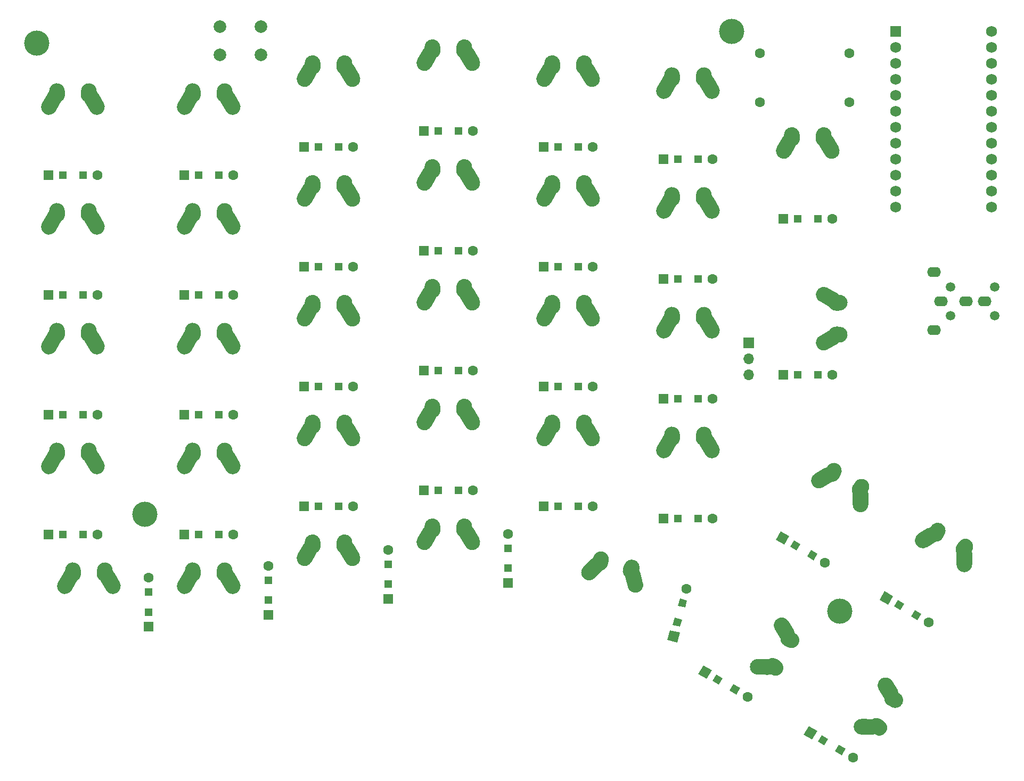
<source format=gts>
G04 #@! TF.GenerationSoftware,KiCad,Pcbnew,(5.1.10-1-10_14)*
G04 #@! TF.CreationDate,2021-08-01T21:47:45+01:00*
G04 #@! TF.ProjectId,AsymLeft,4173796d-4c65-4667-942e-6b696361645f,1.0*
G04 #@! TF.SameCoordinates,Original*
G04 #@! TF.FileFunction,Soldermask,Top*
G04 #@! TF.FilePolarity,Negative*
%FSLAX46Y46*%
G04 Gerber Fmt 4.6, Leading zero omitted, Abs format (unit mm)*
G04 Created by KiCad (PCBNEW (5.1.10-1-10_14)) date 2021-08-01 21:47:45*
%MOMM*%
%LPD*%
G01*
G04 APERTURE LIST*
%ADD10C,4.000000*%
%ADD11R,1.600000X1.600000*%
%ADD12C,1.600000*%
%ADD13R,1.200000X1.200000*%
%ADD14C,0.100000*%
%ADD15O,1.700000X1.700000*%
%ADD16R,1.700000X1.700000*%
%ADD17C,2.000000*%
%ADD18O,2.200000X1.600000*%
%ADD19C,1.500000*%
%ADD20C,1.752600*%
%ADD21R,1.752600X1.752600*%
G04 APERTURE END LIST*
G36*
G01*
X212695653Y-94042619D02*
X213274309Y-94003171D01*
G75*
G02*
X214606433Y-95165257I85019J-1247105D01*
G01*
X214606433Y-95165257D01*
G75*
G02*
X213444347Y-96497381I-1247105J-85019D01*
G01*
X212865691Y-96536829D01*
G75*
G02*
X211533567Y-95374743I-85019J1247105D01*
G01*
X211533567Y-95374743D01*
G75*
G02*
X212695653Y-94042619I1247105J85019D01*
G01*
G37*
G36*
G01*
X210214034Y-100507178D02*
X211672988Y-99696802D01*
G75*
G02*
X213372699Y-100182581I606966J-1092745D01*
G01*
X213372699Y-100182581D01*
G75*
G02*
X212886920Y-101882292I-1092745J-606966D01*
G01*
X211427012Y-102693198D01*
G75*
G02*
X209727301Y-102207419I-606966J1092745D01*
G01*
X209727301Y-102207419D01*
G75*
G02*
X210213080Y-100507708I1092745J606966D01*
G01*
G37*
G36*
G01*
X211427965Y-92887332D02*
X212886920Y-93697708D01*
G75*
G02*
X213372699Y-95397419I-606966J-1092745D01*
G01*
X213372699Y-95397419D01*
G75*
G02*
X211672988Y-95883198I-1092745J606966D01*
G01*
X210213080Y-95072292D01*
G75*
G02*
X209727301Y-93372581I606966J1092745D01*
G01*
X209727301Y-93372581D01*
G75*
G02*
X211427012Y-92886802I1092745J-606966D01*
G01*
G37*
G36*
G01*
X212865691Y-99043171D02*
X213444347Y-99082619D01*
G75*
G02*
X214606433Y-100414743I-85019J-1247105D01*
G01*
X214606433Y-100414743D01*
G75*
G02*
X213274309Y-101576829I-1247105J85019D01*
G01*
X212695653Y-101537381D01*
G75*
G02*
X211533567Y-100205257I85019J1247105D01*
G01*
X211533567Y-100205257D01*
G75*
G02*
X212865691Y-99043171I1247105J-85019D01*
G01*
G37*
G36*
G01*
X174053163Y-136369914D02*
X174164825Y-135800764D01*
G75*
G02*
X175632093Y-134814800I1226616J-240652D01*
G01*
X175632093Y-134814800D01*
G75*
G02*
X176618057Y-136282068I-240652J-1226616D01*
G01*
X176506395Y-136851218D01*
G75*
G02*
X175039127Y-137837182I-1226616J240652D01*
G01*
X175039127Y-137837182D01*
G75*
G02*
X174053163Y-136369914I240652J1226616D01*
G01*
G37*
G36*
G01*
X179655688Y-140442240D02*
X179249999Y-138821142D01*
G75*
G02*
X180159143Y-137305076I1212605J303461D01*
G01*
X180159143Y-137305076D01*
G75*
G02*
X181675209Y-138214220I303461J-1212605D01*
G01*
X182080633Y-139834260D01*
G75*
G02*
X181171489Y-141350326I-1212605J-303461D01*
G01*
X181171489Y-141350326D01*
G75*
G02*
X179655423Y-140441182I-303461J1212605D01*
G01*
G37*
G36*
G01*
X172609139Y-137295395D02*
X173769508Y-136095895D01*
G75*
G02*
X175537032Y-136066585I898417J-869107D01*
G01*
X175537032Y-136066585D01*
G75*
G02*
X175566342Y-137834109I-869107J-898417D01*
G01*
X174405214Y-139034393D01*
G75*
G02*
X172637690Y-139063703I-898417J869107D01*
G01*
X172637690Y-139063703D01*
G75*
G02*
X172608380Y-137296179I869107J898417D01*
G01*
G37*
G36*
G01*
X178927333Y-137499907D02*
X179115205Y-136951177D01*
G75*
G02*
X180702709Y-136173467I1182607J-404897D01*
G01*
X180702709Y-136173467D01*
G75*
G02*
X181480419Y-137760971I-404897J-1182607D01*
G01*
X181292547Y-138309701D01*
G75*
G02*
X179705043Y-139087411I-1182607J404897D01*
G01*
X179705043Y-139087411D01*
G75*
G02*
X178927333Y-137499907I404897J1182607D01*
G01*
G37*
G36*
G01*
X205722758Y-147552500D02*
X206243614Y-147807664D01*
G75*
G02*
X206816224Y-149480122I-549924J-1122534D01*
G01*
X206816224Y-149480122D01*
G75*
G02*
X205143766Y-150052732I-1122534J549924D01*
G01*
X204622910Y-149797568D01*
G75*
G02*
X204050300Y-148125110I549924J1122534D01*
G01*
X204050300Y-148125110D01*
G75*
G02*
X205722758Y-147552500I1122534J-549924D01*
G01*
G37*
G36*
G01*
X200341334Y-151910162D02*
X202010013Y-151937832D01*
G75*
G02*
X203239116Y-153208385I-20725J-1249828D01*
G01*
X203239116Y-153208385D01*
G75*
G02*
X201968563Y-154437488I-1249828J20725D01*
G01*
X200298793Y-154409800D01*
G75*
G02*
X199069690Y-153139247I20725J1249828D01*
G01*
X199069690Y-153139247D01*
G75*
G02*
X200340243Y-151910144I1249828J-20725D01*
G01*
G37*
G36*
G01*
X205202552Y-145918147D02*
X206060856Y-147349432D01*
G75*
G02*
X205631697Y-149064315I-1072021J-642862D01*
G01*
X205631697Y-149064315D01*
G75*
G02*
X203916814Y-148635156I-642862J1072021D01*
G01*
X203057950Y-147202936D01*
G75*
G02*
X203487109Y-145488053I1072021J642862D01*
G01*
X203487109Y-145488053D01*
G75*
G02*
X205201992Y-145917212I642862J-1072021D01*
G01*
G37*
G36*
G01*
X203369739Y-151968123D02*
X203851147Y-152291615D01*
G75*
G02*
X204191481Y-154026311I-697181J-1037515D01*
G01*
X204191481Y-154026311D01*
G75*
G02*
X202456785Y-154366645I-1037515J697181D01*
G01*
X201975377Y-154043153D01*
G75*
G02*
X201635043Y-152308457I697181J1037515D01*
G01*
X201635043Y-152308457D01*
G75*
G02*
X203369739Y-151968123I1037515J-697181D01*
G01*
G37*
G36*
G01*
X222232758Y-157077500D02*
X222753614Y-157332664D01*
G75*
G02*
X223326224Y-159005122I-549924J-1122534D01*
G01*
X223326224Y-159005122D01*
G75*
G02*
X221653766Y-159577732I-1122534J549924D01*
G01*
X221132910Y-159322568D01*
G75*
G02*
X220560300Y-157650110I549924J1122534D01*
G01*
X220560300Y-157650110D01*
G75*
G02*
X222232758Y-157077500I1122534J-549924D01*
G01*
G37*
G36*
G01*
X216851334Y-161435162D02*
X218520013Y-161462832D01*
G75*
G02*
X219749116Y-162733385I-20725J-1249828D01*
G01*
X219749116Y-162733385D01*
G75*
G02*
X218478563Y-163962488I-1249828J20725D01*
G01*
X216808793Y-163934800D01*
G75*
G02*
X215579690Y-162664247I20725J1249828D01*
G01*
X215579690Y-162664247D01*
G75*
G02*
X216850243Y-161435144I1249828J-20725D01*
G01*
G37*
G36*
G01*
X221712552Y-155443147D02*
X222570856Y-156874432D01*
G75*
G02*
X222141697Y-158589315I-1072021J-642862D01*
G01*
X222141697Y-158589315D01*
G75*
G02*
X220426814Y-158160156I-642862J1072021D01*
G01*
X219567950Y-156727936D01*
G75*
G02*
X219997109Y-155013053I1072021J642862D01*
G01*
X219997109Y-155013053D01*
G75*
G02*
X221711992Y-155442212I642862J-1072021D01*
G01*
G37*
G36*
G01*
X219879739Y-161493123D02*
X220361147Y-161816615D01*
G75*
G02*
X220701481Y-163551311I-697181J-1037515D01*
G01*
X220701481Y-163551311D01*
G75*
G02*
X218966785Y-163891645I-1037515J697181D01*
G01*
X218485377Y-163568153D01*
G75*
G02*
X218145043Y-161833457I697181J1037515D01*
G01*
X218145043Y-161833457D01*
G75*
G02*
X219879739Y-161493123I1037515J-697181D01*
G01*
G37*
G36*
G01*
X109282619Y-62259347D02*
X109243171Y-61680691D01*
G75*
G02*
X110405257Y-60348567I1247105J85019D01*
G01*
X110405257Y-60348567D01*
G75*
G02*
X111737381Y-61510653I85019J-1247105D01*
G01*
X111776829Y-62089309D01*
G75*
G02*
X110614743Y-63421433I-1247105J-85019D01*
G01*
X110614743Y-63421433D01*
G75*
G02*
X109282619Y-62259347I-85019J1247105D01*
G01*
G37*
G36*
G01*
X115748238Y-64742873D02*
X114936802Y-63282012D01*
G75*
G02*
X115422581Y-61582301I1092745J606966D01*
G01*
X115422581Y-61582301D01*
G75*
G02*
X117122292Y-62068080I606966J-1092745D01*
G01*
X117933198Y-63527988D01*
G75*
G02*
X117447419Y-65227699I-1092745J-606966D01*
G01*
X117447419Y-65227699D01*
G75*
G02*
X115747708Y-64741920I-606966J1092745D01*
G01*
G37*
G36*
G01*
X108127332Y-63527035D02*
X108937708Y-62068080D01*
G75*
G02*
X110637419Y-61582301I1092745J-606966D01*
G01*
X110637419Y-61582301D01*
G75*
G02*
X111123198Y-63282012I-606966J-1092745D01*
G01*
X110312292Y-64741920D01*
G75*
G02*
X108612581Y-65227699I-1092745J606966D01*
G01*
X108612581Y-65227699D01*
G75*
G02*
X108126802Y-63527988I606966J1092745D01*
G01*
G37*
G36*
G01*
X114283171Y-62089309D02*
X114322619Y-61510653D01*
G75*
G02*
X115654743Y-60348567I1247105J-85019D01*
G01*
X115654743Y-60348567D01*
G75*
G02*
X116816829Y-61680691I-85019J-1247105D01*
G01*
X116777381Y-62259347D01*
G75*
G02*
X115445257Y-63421433I-1247105J85019D01*
G01*
X115445257Y-63421433D01*
G75*
G02*
X114283171Y-62089309I85019J1247105D01*
G01*
G37*
G36*
G01*
X87692619Y-62259347D02*
X87653171Y-61680691D01*
G75*
G02*
X88815257Y-60348567I1247105J85019D01*
G01*
X88815257Y-60348567D01*
G75*
G02*
X90147381Y-61510653I85019J-1247105D01*
G01*
X90186829Y-62089309D01*
G75*
G02*
X89024743Y-63421433I-1247105J-85019D01*
G01*
X89024743Y-63421433D01*
G75*
G02*
X87692619Y-62259347I-85019J1247105D01*
G01*
G37*
G36*
G01*
X94158238Y-64742873D02*
X93346802Y-63282012D01*
G75*
G02*
X93832581Y-61582301I1092745J606966D01*
G01*
X93832581Y-61582301D01*
G75*
G02*
X95532292Y-62068080I606966J-1092745D01*
G01*
X96343198Y-63527988D01*
G75*
G02*
X95857419Y-65227699I-1092745J-606966D01*
G01*
X95857419Y-65227699D01*
G75*
G02*
X94157708Y-64741920I-606966J1092745D01*
G01*
G37*
G36*
G01*
X86537332Y-63527035D02*
X87347708Y-62068080D01*
G75*
G02*
X89047419Y-61582301I1092745J-606966D01*
G01*
X89047419Y-61582301D01*
G75*
G02*
X89533198Y-63282012I-606966J-1092745D01*
G01*
X88722292Y-64741920D01*
G75*
G02*
X87022581Y-65227699I-1092745J606966D01*
G01*
X87022581Y-65227699D01*
G75*
G02*
X86536802Y-63527988I606966J1092745D01*
G01*
G37*
G36*
G01*
X92693171Y-62089309D02*
X92732619Y-61510653D01*
G75*
G02*
X94064743Y-60348567I1247105J-85019D01*
G01*
X94064743Y-60348567D01*
G75*
G02*
X95226829Y-61680691I-85019J-1247105D01*
G01*
X95187381Y-62259347D01*
G75*
G02*
X93855257Y-63421433I-1247105J85019D01*
G01*
X93855257Y-63421433D01*
G75*
G02*
X92693171Y-62089309I85019J1247105D01*
G01*
G37*
G36*
G01*
X128332619Y-57814347D02*
X128293171Y-57235691D01*
G75*
G02*
X129455257Y-55903567I1247105J85019D01*
G01*
X129455257Y-55903567D01*
G75*
G02*
X130787381Y-57065653I85019J-1247105D01*
G01*
X130826829Y-57644309D01*
G75*
G02*
X129664743Y-58976433I-1247105J-85019D01*
G01*
X129664743Y-58976433D01*
G75*
G02*
X128332619Y-57814347I-85019J1247105D01*
G01*
G37*
G36*
G01*
X134798238Y-60297873D02*
X133986802Y-58837012D01*
G75*
G02*
X134472581Y-57137301I1092745J606966D01*
G01*
X134472581Y-57137301D01*
G75*
G02*
X136172292Y-57623080I606966J-1092745D01*
G01*
X136983198Y-59082988D01*
G75*
G02*
X136497419Y-60782699I-1092745J-606966D01*
G01*
X136497419Y-60782699D01*
G75*
G02*
X134797708Y-60296920I-606966J1092745D01*
G01*
G37*
G36*
G01*
X127177332Y-59082035D02*
X127987708Y-57623080D01*
G75*
G02*
X129687419Y-57137301I1092745J-606966D01*
G01*
X129687419Y-57137301D01*
G75*
G02*
X130173198Y-58837012I-606966J-1092745D01*
G01*
X129362292Y-60296920D01*
G75*
G02*
X127662581Y-60782699I-1092745J606966D01*
G01*
X127662581Y-60782699D01*
G75*
G02*
X127176802Y-59082988I606966J1092745D01*
G01*
G37*
G36*
G01*
X133333171Y-57644309D02*
X133372619Y-57065653D01*
G75*
G02*
X134704743Y-55903567I1247105J-85019D01*
G01*
X134704743Y-55903567D01*
G75*
G02*
X135866829Y-57235691I-85019J-1247105D01*
G01*
X135827381Y-57814347D01*
G75*
G02*
X134495257Y-58976433I-1247105J85019D01*
G01*
X134495257Y-58976433D01*
G75*
G02*
X133333171Y-57644309I85019J1247105D01*
G01*
G37*
G36*
G01*
X147382619Y-55274347D02*
X147343171Y-54695691D01*
G75*
G02*
X148505257Y-53363567I1247105J85019D01*
G01*
X148505257Y-53363567D01*
G75*
G02*
X149837381Y-54525653I85019J-1247105D01*
G01*
X149876829Y-55104309D01*
G75*
G02*
X148714743Y-56436433I-1247105J-85019D01*
G01*
X148714743Y-56436433D01*
G75*
G02*
X147382619Y-55274347I-85019J1247105D01*
G01*
G37*
G36*
G01*
X153848238Y-57757873D02*
X153036802Y-56297012D01*
G75*
G02*
X153522581Y-54597301I1092745J606966D01*
G01*
X153522581Y-54597301D01*
G75*
G02*
X155222292Y-55083080I606966J-1092745D01*
G01*
X156033198Y-56542988D01*
G75*
G02*
X155547419Y-58242699I-1092745J-606966D01*
G01*
X155547419Y-58242699D01*
G75*
G02*
X153847708Y-57756920I-606966J1092745D01*
G01*
G37*
G36*
G01*
X146227332Y-56542035D02*
X147037708Y-55083080D01*
G75*
G02*
X148737419Y-54597301I1092745J-606966D01*
G01*
X148737419Y-54597301D01*
G75*
G02*
X149223198Y-56297012I-606966J-1092745D01*
G01*
X148412292Y-57756920D01*
G75*
G02*
X146712581Y-58242699I-1092745J606966D01*
G01*
X146712581Y-58242699D01*
G75*
G02*
X146226802Y-56542988I606966J1092745D01*
G01*
G37*
G36*
G01*
X152383171Y-55104309D02*
X152422619Y-54525653D01*
G75*
G02*
X153754743Y-53363567I1247105J-85019D01*
G01*
X153754743Y-53363567D01*
G75*
G02*
X154916829Y-54695691I-85019J-1247105D01*
G01*
X154877381Y-55274347D01*
G75*
G02*
X153545257Y-56436433I-1247105J85019D01*
G01*
X153545257Y-56436433D01*
G75*
G02*
X152383171Y-55104309I85019J1247105D01*
G01*
G37*
G36*
G01*
X166432619Y-57814347D02*
X166393171Y-57235691D01*
G75*
G02*
X167555257Y-55903567I1247105J85019D01*
G01*
X167555257Y-55903567D01*
G75*
G02*
X168887381Y-57065653I85019J-1247105D01*
G01*
X168926829Y-57644309D01*
G75*
G02*
X167764743Y-58976433I-1247105J-85019D01*
G01*
X167764743Y-58976433D01*
G75*
G02*
X166432619Y-57814347I-85019J1247105D01*
G01*
G37*
G36*
G01*
X172898238Y-60297873D02*
X172086802Y-58837012D01*
G75*
G02*
X172572581Y-57137301I1092745J606966D01*
G01*
X172572581Y-57137301D01*
G75*
G02*
X174272292Y-57623080I606966J-1092745D01*
G01*
X175083198Y-59082988D01*
G75*
G02*
X174597419Y-60782699I-1092745J-606966D01*
G01*
X174597419Y-60782699D01*
G75*
G02*
X172897708Y-60296920I-606966J1092745D01*
G01*
G37*
G36*
G01*
X165277332Y-59082035D02*
X166087708Y-57623080D01*
G75*
G02*
X167787419Y-57137301I1092745J-606966D01*
G01*
X167787419Y-57137301D01*
G75*
G02*
X168273198Y-58837012I-606966J-1092745D01*
G01*
X167462292Y-60296920D01*
G75*
G02*
X165762581Y-60782699I-1092745J606966D01*
G01*
X165762581Y-60782699D01*
G75*
G02*
X165276802Y-59082988I606966J1092745D01*
G01*
G37*
G36*
G01*
X171433171Y-57644309D02*
X171472619Y-57065653D01*
G75*
G02*
X172804743Y-55903567I1247105J-85019D01*
G01*
X172804743Y-55903567D01*
G75*
G02*
X173966829Y-57235691I-85019J-1247105D01*
G01*
X173927381Y-57814347D01*
G75*
G02*
X172595257Y-58976433I-1247105J85019D01*
G01*
X172595257Y-58976433D01*
G75*
G02*
X171433171Y-57644309I85019J1247105D01*
G01*
G37*
G36*
G01*
X185482619Y-59719347D02*
X185443171Y-59140691D01*
G75*
G02*
X186605257Y-57808567I1247105J85019D01*
G01*
X186605257Y-57808567D01*
G75*
G02*
X187937381Y-58970653I85019J-1247105D01*
G01*
X187976829Y-59549309D01*
G75*
G02*
X186814743Y-60881433I-1247105J-85019D01*
G01*
X186814743Y-60881433D01*
G75*
G02*
X185482619Y-59719347I-85019J1247105D01*
G01*
G37*
G36*
G01*
X191948238Y-62202873D02*
X191136802Y-60742012D01*
G75*
G02*
X191622581Y-59042301I1092745J606966D01*
G01*
X191622581Y-59042301D01*
G75*
G02*
X193322292Y-59528080I606966J-1092745D01*
G01*
X194133198Y-60987988D01*
G75*
G02*
X193647419Y-62687699I-1092745J-606966D01*
G01*
X193647419Y-62687699D01*
G75*
G02*
X191947708Y-62201920I-606966J1092745D01*
G01*
G37*
G36*
G01*
X184327332Y-60987035D02*
X185137708Y-59528080D01*
G75*
G02*
X186837419Y-59042301I1092745J-606966D01*
G01*
X186837419Y-59042301D01*
G75*
G02*
X187323198Y-60742012I-606966J-1092745D01*
G01*
X186512292Y-62201920D01*
G75*
G02*
X184812581Y-62687699I-1092745J606966D01*
G01*
X184812581Y-62687699D01*
G75*
G02*
X184326802Y-60987988I606966J1092745D01*
G01*
G37*
G36*
G01*
X190483171Y-59549309D02*
X190522619Y-58970653D01*
G75*
G02*
X191854743Y-57808567I1247105J-85019D01*
G01*
X191854743Y-57808567D01*
G75*
G02*
X193016829Y-59140691I-85019J-1247105D01*
G01*
X192977381Y-59719347D01*
G75*
G02*
X191645257Y-60881433I-1247105J85019D01*
G01*
X191645257Y-60881433D01*
G75*
G02*
X190483171Y-59549309I85019J1247105D01*
G01*
G37*
G36*
G01*
X204532619Y-69244347D02*
X204493171Y-68665691D01*
G75*
G02*
X205655257Y-67333567I1247105J85019D01*
G01*
X205655257Y-67333567D01*
G75*
G02*
X206987381Y-68495653I85019J-1247105D01*
G01*
X207026829Y-69074309D01*
G75*
G02*
X205864743Y-70406433I-1247105J-85019D01*
G01*
X205864743Y-70406433D01*
G75*
G02*
X204532619Y-69244347I-85019J1247105D01*
G01*
G37*
G36*
G01*
X210998238Y-71727873D02*
X210186802Y-70267012D01*
G75*
G02*
X210672581Y-68567301I1092745J606966D01*
G01*
X210672581Y-68567301D01*
G75*
G02*
X212372292Y-69053080I606966J-1092745D01*
G01*
X213183198Y-70512988D01*
G75*
G02*
X212697419Y-72212699I-1092745J-606966D01*
G01*
X212697419Y-72212699D01*
G75*
G02*
X210997708Y-71726920I-606966J1092745D01*
G01*
G37*
G36*
G01*
X203377332Y-70512035D02*
X204187708Y-69053080D01*
G75*
G02*
X205887419Y-68567301I1092745J-606966D01*
G01*
X205887419Y-68567301D01*
G75*
G02*
X206373198Y-70267012I-606966J-1092745D01*
G01*
X205562292Y-71726920D01*
G75*
G02*
X203862581Y-72212699I-1092745J606966D01*
G01*
X203862581Y-72212699D01*
G75*
G02*
X203376802Y-70512988I606966J1092745D01*
G01*
G37*
G36*
G01*
X209533171Y-69074309D02*
X209572619Y-68495653D01*
G75*
G02*
X210904743Y-67333567I1247105J-85019D01*
G01*
X210904743Y-67333567D01*
G75*
G02*
X212066829Y-68665691I-85019J-1247105D01*
G01*
X212027381Y-69244347D01*
G75*
G02*
X210695257Y-70406433I-1247105J85019D01*
G01*
X210695257Y-70406433D01*
G75*
G02*
X209533171Y-69074309I85019J1247105D01*
G01*
G37*
G36*
G01*
X87692619Y-81309347D02*
X87653171Y-80730691D01*
G75*
G02*
X88815257Y-79398567I1247105J85019D01*
G01*
X88815257Y-79398567D01*
G75*
G02*
X90147381Y-80560653I85019J-1247105D01*
G01*
X90186829Y-81139309D01*
G75*
G02*
X89024743Y-82471433I-1247105J-85019D01*
G01*
X89024743Y-82471433D01*
G75*
G02*
X87692619Y-81309347I-85019J1247105D01*
G01*
G37*
G36*
G01*
X94158238Y-83792873D02*
X93346802Y-82332012D01*
G75*
G02*
X93832581Y-80632301I1092745J606966D01*
G01*
X93832581Y-80632301D01*
G75*
G02*
X95532292Y-81118080I606966J-1092745D01*
G01*
X96343198Y-82577988D01*
G75*
G02*
X95857419Y-84277699I-1092745J-606966D01*
G01*
X95857419Y-84277699D01*
G75*
G02*
X94157708Y-83791920I-606966J1092745D01*
G01*
G37*
G36*
G01*
X86537332Y-82577035D02*
X87347708Y-81118080D01*
G75*
G02*
X89047419Y-80632301I1092745J-606966D01*
G01*
X89047419Y-80632301D01*
G75*
G02*
X89533198Y-82332012I-606966J-1092745D01*
G01*
X88722292Y-83791920D01*
G75*
G02*
X87022581Y-84277699I-1092745J606966D01*
G01*
X87022581Y-84277699D01*
G75*
G02*
X86536802Y-82577988I606966J1092745D01*
G01*
G37*
G36*
G01*
X92693171Y-81139309D02*
X92732619Y-80560653D01*
G75*
G02*
X94064743Y-79398567I1247105J-85019D01*
G01*
X94064743Y-79398567D01*
G75*
G02*
X95226829Y-80730691I-85019J-1247105D01*
G01*
X95187381Y-81309347D01*
G75*
G02*
X93855257Y-82471433I-1247105J85019D01*
G01*
X93855257Y-82471433D01*
G75*
G02*
X92693171Y-81139309I85019J1247105D01*
G01*
G37*
G36*
G01*
X109282619Y-81309347D02*
X109243171Y-80730691D01*
G75*
G02*
X110405257Y-79398567I1247105J85019D01*
G01*
X110405257Y-79398567D01*
G75*
G02*
X111737381Y-80560653I85019J-1247105D01*
G01*
X111776829Y-81139309D01*
G75*
G02*
X110614743Y-82471433I-1247105J-85019D01*
G01*
X110614743Y-82471433D01*
G75*
G02*
X109282619Y-81309347I-85019J1247105D01*
G01*
G37*
G36*
G01*
X115748238Y-83792873D02*
X114936802Y-82332012D01*
G75*
G02*
X115422581Y-80632301I1092745J606966D01*
G01*
X115422581Y-80632301D01*
G75*
G02*
X117122292Y-81118080I606966J-1092745D01*
G01*
X117933198Y-82577988D01*
G75*
G02*
X117447419Y-84277699I-1092745J-606966D01*
G01*
X117447419Y-84277699D01*
G75*
G02*
X115747708Y-83791920I-606966J1092745D01*
G01*
G37*
G36*
G01*
X108127332Y-82577035D02*
X108937708Y-81118080D01*
G75*
G02*
X110637419Y-80632301I1092745J-606966D01*
G01*
X110637419Y-80632301D01*
G75*
G02*
X111123198Y-82332012I-606966J-1092745D01*
G01*
X110312292Y-83791920D01*
G75*
G02*
X108612581Y-84277699I-1092745J606966D01*
G01*
X108612581Y-84277699D01*
G75*
G02*
X108126802Y-82577988I606966J1092745D01*
G01*
G37*
G36*
G01*
X114283171Y-81139309D02*
X114322619Y-80560653D01*
G75*
G02*
X115654743Y-79398567I1247105J-85019D01*
G01*
X115654743Y-79398567D01*
G75*
G02*
X116816829Y-80730691I-85019J-1247105D01*
G01*
X116777381Y-81309347D01*
G75*
G02*
X115445257Y-82471433I-1247105J85019D01*
G01*
X115445257Y-82471433D01*
G75*
G02*
X114283171Y-81139309I85019J1247105D01*
G01*
G37*
G36*
G01*
X128332619Y-76864347D02*
X128293171Y-76285691D01*
G75*
G02*
X129455257Y-74953567I1247105J85019D01*
G01*
X129455257Y-74953567D01*
G75*
G02*
X130787381Y-76115653I85019J-1247105D01*
G01*
X130826829Y-76694309D01*
G75*
G02*
X129664743Y-78026433I-1247105J-85019D01*
G01*
X129664743Y-78026433D01*
G75*
G02*
X128332619Y-76864347I-85019J1247105D01*
G01*
G37*
G36*
G01*
X134798238Y-79347873D02*
X133986802Y-77887012D01*
G75*
G02*
X134472581Y-76187301I1092745J606966D01*
G01*
X134472581Y-76187301D01*
G75*
G02*
X136172292Y-76673080I606966J-1092745D01*
G01*
X136983198Y-78132988D01*
G75*
G02*
X136497419Y-79832699I-1092745J-606966D01*
G01*
X136497419Y-79832699D01*
G75*
G02*
X134797708Y-79346920I-606966J1092745D01*
G01*
G37*
G36*
G01*
X127177332Y-78132035D02*
X127987708Y-76673080D01*
G75*
G02*
X129687419Y-76187301I1092745J-606966D01*
G01*
X129687419Y-76187301D01*
G75*
G02*
X130173198Y-77887012I-606966J-1092745D01*
G01*
X129362292Y-79346920D01*
G75*
G02*
X127662581Y-79832699I-1092745J606966D01*
G01*
X127662581Y-79832699D01*
G75*
G02*
X127176802Y-78132988I606966J1092745D01*
G01*
G37*
G36*
G01*
X133333171Y-76694309D02*
X133372619Y-76115653D01*
G75*
G02*
X134704743Y-74953567I1247105J-85019D01*
G01*
X134704743Y-74953567D01*
G75*
G02*
X135866829Y-76285691I-85019J-1247105D01*
G01*
X135827381Y-76864347D01*
G75*
G02*
X134495257Y-78026433I-1247105J85019D01*
G01*
X134495257Y-78026433D01*
G75*
G02*
X133333171Y-76694309I85019J1247105D01*
G01*
G37*
G36*
G01*
X147382619Y-74324347D02*
X147343171Y-73745691D01*
G75*
G02*
X148505257Y-72413567I1247105J85019D01*
G01*
X148505257Y-72413567D01*
G75*
G02*
X149837381Y-73575653I85019J-1247105D01*
G01*
X149876829Y-74154309D01*
G75*
G02*
X148714743Y-75486433I-1247105J-85019D01*
G01*
X148714743Y-75486433D01*
G75*
G02*
X147382619Y-74324347I-85019J1247105D01*
G01*
G37*
G36*
G01*
X153848238Y-76807873D02*
X153036802Y-75347012D01*
G75*
G02*
X153522581Y-73647301I1092745J606966D01*
G01*
X153522581Y-73647301D01*
G75*
G02*
X155222292Y-74133080I606966J-1092745D01*
G01*
X156033198Y-75592988D01*
G75*
G02*
X155547419Y-77292699I-1092745J-606966D01*
G01*
X155547419Y-77292699D01*
G75*
G02*
X153847708Y-76806920I-606966J1092745D01*
G01*
G37*
G36*
G01*
X146227332Y-75592035D02*
X147037708Y-74133080D01*
G75*
G02*
X148737419Y-73647301I1092745J-606966D01*
G01*
X148737419Y-73647301D01*
G75*
G02*
X149223198Y-75347012I-606966J-1092745D01*
G01*
X148412292Y-76806920D01*
G75*
G02*
X146712581Y-77292699I-1092745J606966D01*
G01*
X146712581Y-77292699D01*
G75*
G02*
X146226802Y-75592988I606966J1092745D01*
G01*
G37*
G36*
G01*
X152383171Y-74154309D02*
X152422619Y-73575653D01*
G75*
G02*
X153754743Y-72413567I1247105J-85019D01*
G01*
X153754743Y-72413567D01*
G75*
G02*
X154916829Y-73745691I-85019J-1247105D01*
G01*
X154877381Y-74324347D01*
G75*
G02*
X153545257Y-75486433I-1247105J85019D01*
G01*
X153545257Y-75486433D01*
G75*
G02*
X152383171Y-74154309I85019J1247105D01*
G01*
G37*
G36*
G01*
X166432619Y-76864347D02*
X166393171Y-76285691D01*
G75*
G02*
X167555257Y-74953567I1247105J85019D01*
G01*
X167555257Y-74953567D01*
G75*
G02*
X168887381Y-76115653I85019J-1247105D01*
G01*
X168926829Y-76694309D01*
G75*
G02*
X167764743Y-78026433I-1247105J-85019D01*
G01*
X167764743Y-78026433D01*
G75*
G02*
X166432619Y-76864347I-85019J1247105D01*
G01*
G37*
G36*
G01*
X172898238Y-79347873D02*
X172086802Y-77887012D01*
G75*
G02*
X172572581Y-76187301I1092745J606966D01*
G01*
X172572581Y-76187301D01*
G75*
G02*
X174272292Y-76673080I606966J-1092745D01*
G01*
X175083198Y-78132988D01*
G75*
G02*
X174597419Y-79832699I-1092745J-606966D01*
G01*
X174597419Y-79832699D01*
G75*
G02*
X172897708Y-79346920I-606966J1092745D01*
G01*
G37*
G36*
G01*
X165277332Y-78132035D02*
X166087708Y-76673080D01*
G75*
G02*
X167787419Y-76187301I1092745J-606966D01*
G01*
X167787419Y-76187301D01*
G75*
G02*
X168273198Y-77887012I-606966J-1092745D01*
G01*
X167462292Y-79346920D01*
G75*
G02*
X165762581Y-79832699I-1092745J606966D01*
G01*
X165762581Y-79832699D01*
G75*
G02*
X165276802Y-78132988I606966J1092745D01*
G01*
G37*
G36*
G01*
X171433171Y-76694309D02*
X171472619Y-76115653D01*
G75*
G02*
X172804743Y-74953567I1247105J-85019D01*
G01*
X172804743Y-74953567D01*
G75*
G02*
X173966829Y-76285691I-85019J-1247105D01*
G01*
X173927381Y-76864347D01*
G75*
G02*
X172595257Y-78026433I-1247105J85019D01*
G01*
X172595257Y-78026433D01*
G75*
G02*
X171433171Y-76694309I85019J1247105D01*
G01*
G37*
G36*
G01*
X185482619Y-78769347D02*
X185443171Y-78190691D01*
G75*
G02*
X186605257Y-76858567I1247105J85019D01*
G01*
X186605257Y-76858567D01*
G75*
G02*
X187937381Y-78020653I85019J-1247105D01*
G01*
X187976829Y-78599309D01*
G75*
G02*
X186814743Y-79931433I-1247105J-85019D01*
G01*
X186814743Y-79931433D01*
G75*
G02*
X185482619Y-78769347I-85019J1247105D01*
G01*
G37*
G36*
G01*
X191948238Y-81252873D02*
X191136802Y-79792012D01*
G75*
G02*
X191622581Y-78092301I1092745J606966D01*
G01*
X191622581Y-78092301D01*
G75*
G02*
X193322292Y-78578080I606966J-1092745D01*
G01*
X194133198Y-80037988D01*
G75*
G02*
X193647419Y-81737699I-1092745J-606966D01*
G01*
X193647419Y-81737699D01*
G75*
G02*
X191947708Y-81251920I-606966J1092745D01*
G01*
G37*
G36*
G01*
X184327332Y-80037035D02*
X185137708Y-78578080D01*
G75*
G02*
X186837419Y-78092301I1092745J-606966D01*
G01*
X186837419Y-78092301D01*
G75*
G02*
X187323198Y-79792012I-606966J-1092745D01*
G01*
X186512292Y-81251920D01*
G75*
G02*
X184812581Y-81737699I-1092745J606966D01*
G01*
X184812581Y-81737699D01*
G75*
G02*
X184326802Y-80037988I606966J1092745D01*
G01*
G37*
G36*
G01*
X190483171Y-78599309D02*
X190522619Y-78020653D01*
G75*
G02*
X191854743Y-76858567I1247105J-85019D01*
G01*
X191854743Y-76858567D01*
G75*
G02*
X193016829Y-78190691I-85019J-1247105D01*
G01*
X192977381Y-78769347D01*
G75*
G02*
X191645257Y-79931433I-1247105J85019D01*
G01*
X191645257Y-79931433D01*
G75*
G02*
X190483171Y-78599309I85019J1247105D01*
G01*
G37*
G36*
G01*
X87692619Y-100359347D02*
X87653171Y-99780691D01*
G75*
G02*
X88815257Y-98448567I1247105J85019D01*
G01*
X88815257Y-98448567D01*
G75*
G02*
X90147381Y-99610653I85019J-1247105D01*
G01*
X90186829Y-100189309D01*
G75*
G02*
X89024743Y-101521433I-1247105J-85019D01*
G01*
X89024743Y-101521433D01*
G75*
G02*
X87692619Y-100359347I-85019J1247105D01*
G01*
G37*
G36*
G01*
X94158238Y-102842873D02*
X93346802Y-101382012D01*
G75*
G02*
X93832581Y-99682301I1092745J606966D01*
G01*
X93832581Y-99682301D01*
G75*
G02*
X95532292Y-100168080I606966J-1092745D01*
G01*
X96343198Y-101627988D01*
G75*
G02*
X95857419Y-103327699I-1092745J-606966D01*
G01*
X95857419Y-103327699D01*
G75*
G02*
X94157708Y-102841920I-606966J1092745D01*
G01*
G37*
G36*
G01*
X86537332Y-101627035D02*
X87347708Y-100168080D01*
G75*
G02*
X89047419Y-99682301I1092745J-606966D01*
G01*
X89047419Y-99682301D01*
G75*
G02*
X89533198Y-101382012I-606966J-1092745D01*
G01*
X88722292Y-102841920D01*
G75*
G02*
X87022581Y-103327699I-1092745J606966D01*
G01*
X87022581Y-103327699D01*
G75*
G02*
X86536802Y-101627988I606966J1092745D01*
G01*
G37*
G36*
G01*
X92693171Y-100189309D02*
X92732619Y-99610653D01*
G75*
G02*
X94064743Y-98448567I1247105J-85019D01*
G01*
X94064743Y-98448567D01*
G75*
G02*
X95226829Y-99780691I-85019J-1247105D01*
G01*
X95187381Y-100359347D01*
G75*
G02*
X93855257Y-101521433I-1247105J85019D01*
G01*
X93855257Y-101521433D01*
G75*
G02*
X92693171Y-100189309I85019J1247105D01*
G01*
G37*
G36*
G01*
X109282619Y-100359347D02*
X109243171Y-99780691D01*
G75*
G02*
X110405257Y-98448567I1247105J85019D01*
G01*
X110405257Y-98448567D01*
G75*
G02*
X111737381Y-99610653I85019J-1247105D01*
G01*
X111776829Y-100189309D01*
G75*
G02*
X110614743Y-101521433I-1247105J-85019D01*
G01*
X110614743Y-101521433D01*
G75*
G02*
X109282619Y-100359347I-85019J1247105D01*
G01*
G37*
G36*
G01*
X115748238Y-102842873D02*
X114936802Y-101382012D01*
G75*
G02*
X115422581Y-99682301I1092745J606966D01*
G01*
X115422581Y-99682301D01*
G75*
G02*
X117122292Y-100168080I606966J-1092745D01*
G01*
X117933198Y-101627988D01*
G75*
G02*
X117447419Y-103327699I-1092745J-606966D01*
G01*
X117447419Y-103327699D01*
G75*
G02*
X115747708Y-102841920I-606966J1092745D01*
G01*
G37*
G36*
G01*
X108127332Y-101627035D02*
X108937708Y-100168080D01*
G75*
G02*
X110637419Y-99682301I1092745J-606966D01*
G01*
X110637419Y-99682301D01*
G75*
G02*
X111123198Y-101382012I-606966J-1092745D01*
G01*
X110312292Y-102841920D01*
G75*
G02*
X108612581Y-103327699I-1092745J606966D01*
G01*
X108612581Y-103327699D01*
G75*
G02*
X108126802Y-101627988I606966J1092745D01*
G01*
G37*
G36*
G01*
X114283171Y-100189309D02*
X114322619Y-99610653D01*
G75*
G02*
X115654743Y-98448567I1247105J-85019D01*
G01*
X115654743Y-98448567D01*
G75*
G02*
X116816829Y-99780691I-85019J-1247105D01*
G01*
X116777381Y-100359347D01*
G75*
G02*
X115445257Y-101521433I-1247105J85019D01*
G01*
X115445257Y-101521433D01*
G75*
G02*
X114283171Y-100189309I85019J1247105D01*
G01*
G37*
G36*
G01*
X128332619Y-95914347D02*
X128293171Y-95335691D01*
G75*
G02*
X129455257Y-94003567I1247105J85019D01*
G01*
X129455257Y-94003567D01*
G75*
G02*
X130787381Y-95165653I85019J-1247105D01*
G01*
X130826829Y-95744309D01*
G75*
G02*
X129664743Y-97076433I-1247105J-85019D01*
G01*
X129664743Y-97076433D01*
G75*
G02*
X128332619Y-95914347I-85019J1247105D01*
G01*
G37*
G36*
G01*
X134798238Y-98397873D02*
X133986802Y-96937012D01*
G75*
G02*
X134472581Y-95237301I1092745J606966D01*
G01*
X134472581Y-95237301D01*
G75*
G02*
X136172292Y-95723080I606966J-1092745D01*
G01*
X136983198Y-97182988D01*
G75*
G02*
X136497419Y-98882699I-1092745J-606966D01*
G01*
X136497419Y-98882699D01*
G75*
G02*
X134797708Y-98396920I-606966J1092745D01*
G01*
G37*
G36*
G01*
X127177332Y-97182035D02*
X127987708Y-95723080D01*
G75*
G02*
X129687419Y-95237301I1092745J-606966D01*
G01*
X129687419Y-95237301D01*
G75*
G02*
X130173198Y-96937012I-606966J-1092745D01*
G01*
X129362292Y-98396920D01*
G75*
G02*
X127662581Y-98882699I-1092745J606966D01*
G01*
X127662581Y-98882699D01*
G75*
G02*
X127176802Y-97182988I606966J1092745D01*
G01*
G37*
G36*
G01*
X133333171Y-95744309D02*
X133372619Y-95165653D01*
G75*
G02*
X134704743Y-94003567I1247105J-85019D01*
G01*
X134704743Y-94003567D01*
G75*
G02*
X135866829Y-95335691I-85019J-1247105D01*
G01*
X135827381Y-95914347D01*
G75*
G02*
X134495257Y-97076433I-1247105J85019D01*
G01*
X134495257Y-97076433D01*
G75*
G02*
X133333171Y-95744309I85019J1247105D01*
G01*
G37*
G36*
G01*
X147382619Y-93374347D02*
X147343171Y-92795691D01*
G75*
G02*
X148505257Y-91463567I1247105J85019D01*
G01*
X148505257Y-91463567D01*
G75*
G02*
X149837381Y-92625653I85019J-1247105D01*
G01*
X149876829Y-93204309D01*
G75*
G02*
X148714743Y-94536433I-1247105J-85019D01*
G01*
X148714743Y-94536433D01*
G75*
G02*
X147382619Y-93374347I-85019J1247105D01*
G01*
G37*
G36*
G01*
X153848238Y-95857873D02*
X153036802Y-94397012D01*
G75*
G02*
X153522581Y-92697301I1092745J606966D01*
G01*
X153522581Y-92697301D01*
G75*
G02*
X155222292Y-93183080I606966J-1092745D01*
G01*
X156033198Y-94642988D01*
G75*
G02*
X155547419Y-96342699I-1092745J-606966D01*
G01*
X155547419Y-96342699D01*
G75*
G02*
X153847708Y-95856920I-606966J1092745D01*
G01*
G37*
G36*
G01*
X146227332Y-94642035D02*
X147037708Y-93183080D01*
G75*
G02*
X148737419Y-92697301I1092745J-606966D01*
G01*
X148737419Y-92697301D01*
G75*
G02*
X149223198Y-94397012I-606966J-1092745D01*
G01*
X148412292Y-95856920D01*
G75*
G02*
X146712581Y-96342699I-1092745J606966D01*
G01*
X146712581Y-96342699D01*
G75*
G02*
X146226802Y-94642988I606966J1092745D01*
G01*
G37*
G36*
G01*
X152383171Y-93204309D02*
X152422619Y-92625653D01*
G75*
G02*
X153754743Y-91463567I1247105J-85019D01*
G01*
X153754743Y-91463567D01*
G75*
G02*
X154916829Y-92795691I-85019J-1247105D01*
G01*
X154877381Y-93374347D01*
G75*
G02*
X153545257Y-94536433I-1247105J85019D01*
G01*
X153545257Y-94536433D01*
G75*
G02*
X152383171Y-93204309I85019J1247105D01*
G01*
G37*
G36*
G01*
X166432619Y-95914347D02*
X166393171Y-95335691D01*
G75*
G02*
X167555257Y-94003567I1247105J85019D01*
G01*
X167555257Y-94003567D01*
G75*
G02*
X168887381Y-95165653I85019J-1247105D01*
G01*
X168926829Y-95744309D01*
G75*
G02*
X167764743Y-97076433I-1247105J-85019D01*
G01*
X167764743Y-97076433D01*
G75*
G02*
X166432619Y-95914347I-85019J1247105D01*
G01*
G37*
G36*
G01*
X172898238Y-98397873D02*
X172086802Y-96937012D01*
G75*
G02*
X172572581Y-95237301I1092745J606966D01*
G01*
X172572581Y-95237301D01*
G75*
G02*
X174272292Y-95723080I606966J-1092745D01*
G01*
X175083198Y-97182988D01*
G75*
G02*
X174597419Y-98882699I-1092745J-606966D01*
G01*
X174597419Y-98882699D01*
G75*
G02*
X172897708Y-98396920I-606966J1092745D01*
G01*
G37*
G36*
G01*
X165277332Y-97182035D02*
X166087708Y-95723080D01*
G75*
G02*
X167787419Y-95237301I1092745J-606966D01*
G01*
X167787419Y-95237301D01*
G75*
G02*
X168273198Y-96937012I-606966J-1092745D01*
G01*
X167462292Y-98396920D01*
G75*
G02*
X165762581Y-98882699I-1092745J606966D01*
G01*
X165762581Y-98882699D01*
G75*
G02*
X165276802Y-97182988I606966J1092745D01*
G01*
G37*
G36*
G01*
X171433171Y-95744309D02*
X171472619Y-95165653D01*
G75*
G02*
X172804743Y-94003567I1247105J-85019D01*
G01*
X172804743Y-94003567D01*
G75*
G02*
X173966829Y-95335691I-85019J-1247105D01*
G01*
X173927381Y-95914347D01*
G75*
G02*
X172595257Y-97076433I-1247105J85019D01*
G01*
X172595257Y-97076433D01*
G75*
G02*
X171433171Y-95744309I85019J1247105D01*
G01*
G37*
G36*
G01*
X185482619Y-97819347D02*
X185443171Y-97240691D01*
G75*
G02*
X186605257Y-95908567I1247105J85019D01*
G01*
X186605257Y-95908567D01*
G75*
G02*
X187937381Y-97070653I85019J-1247105D01*
G01*
X187976829Y-97649309D01*
G75*
G02*
X186814743Y-98981433I-1247105J-85019D01*
G01*
X186814743Y-98981433D01*
G75*
G02*
X185482619Y-97819347I-85019J1247105D01*
G01*
G37*
G36*
G01*
X191948238Y-100302873D02*
X191136802Y-98842012D01*
G75*
G02*
X191622581Y-97142301I1092745J606966D01*
G01*
X191622581Y-97142301D01*
G75*
G02*
X193322292Y-97628080I606966J-1092745D01*
G01*
X194133198Y-99087988D01*
G75*
G02*
X193647419Y-100787699I-1092745J-606966D01*
G01*
X193647419Y-100787699D01*
G75*
G02*
X191947708Y-100301920I-606966J1092745D01*
G01*
G37*
G36*
G01*
X184327332Y-99087035D02*
X185137708Y-97628080D01*
G75*
G02*
X186837419Y-97142301I1092745J-606966D01*
G01*
X186837419Y-97142301D01*
G75*
G02*
X187323198Y-98842012I-606966J-1092745D01*
G01*
X186512292Y-100301920D01*
G75*
G02*
X184812581Y-100787699I-1092745J606966D01*
G01*
X184812581Y-100787699D01*
G75*
G02*
X184326802Y-99087988I606966J1092745D01*
G01*
G37*
G36*
G01*
X190483171Y-97649309D02*
X190522619Y-97070653D01*
G75*
G02*
X191854743Y-95908567I1247105J-85019D01*
G01*
X191854743Y-95908567D01*
G75*
G02*
X193016829Y-97240691I-85019J-1247105D01*
G01*
X192977381Y-97819347D01*
G75*
G02*
X191645257Y-98981433I-1247105J85019D01*
G01*
X191645257Y-98981433D01*
G75*
G02*
X190483171Y-97649309I85019J1247105D01*
G01*
G37*
G36*
G01*
X211052500Y-121937242D02*
X211307664Y-121416386D01*
G75*
G02*
X212980122Y-120843776I1122534J-549924D01*
G01*
X212980122Y-120843776D01*
G75*
G02*
X213552732Y-122516234I-549924J-1122534D01*
G01*
X213297568Y-123037090D01*
G75*
G02*
X211625110Y-123609700I-1122534J549924D01*
G01*
X211625110Y-123609700D01*
G75*
G02*
X211052500Y-121937242I549924J1122534D01*
G01*
G37*
G36*
G01*
X215410162Y-127318666D02*
X215437832Y-125649987D01*
G75*
G02*
X216708385Y-124420884I1249828J-20725D01*
G01*
X216708385Y-124420884D01*
G75*
G02*
X217937488Y-125691437I-20725J-1249828D01*
G01*
X217909800Y-127361207D01*
G75*
G02*
X216639247Y-128590310I-1249828J20725D01*
G01*
X216639247Y-128590310D01*
G75*
G02*
X215410144Y-127319757I20725J1249828D01*
G01*
G37*
G36*
G01*
X209418147Y-122457448D02*
X210849432Y-121599144D01*
G75*
G02*
X212564315Y-122028303I642862J-1072021D01*
G01*
X212564315Y-122028303D01*
G75*
G02*
X212135156Y-123743186I-1072021J-642862D01*
G01*
X210702936Y-124602050D01*
G75*
G02*
X208988053Y-124172891I-642862J1072021D01*
G01*
X208988053Y-124172891D01*
G75*
G02*
X209417212Y-122458008I1072021J642862D01*
G01*
G37*
G36*
G01*
X215468123Y-124290261D02*
X215791615Y-123808853D01*
G75*
G02*
X217526311Y-123468519I1037515J-697181D01*
G01*
X217526311Y-123468519D01*
G75*
G02*
X217866645Y-125203215I-697181J-1037515D01*
G01*
X217543153Y-125684623D01*
G75*
G02*
X215808457Y-126024957I-1037515J697181D01*
G01*
X215808457Y-126024957D01*
G75*
G02*
X215468123Y-124290261I697181J1037515D01*
G01*
G37*
G36*
G01*
X87692619Y-119409347D02*
X87653171Y-118830691D01*
G75*
G02*
X88815257Y-117498567I1247105J85019D01*
G01*
X88815257Y-117498567D01*
G75*
G02*
X90147381Y-118660653I85019J-1247105D01*
G01*
X90186829Y-119239309D01*
G75*
G02*
X89024743Y-120571433I-1247105J-85019D01*
G01*
X89024743Y-120571433D01*
G75*
G02*
X87692619Y-119409347I-85019J1247105D01*
G01*
G37*
G36*
G01*
X94158238Y-121892873D02*
X93346802Y-120432012D01*
G75*
G02*
X93832581Y-118732301I1092745J606966D01*
G01*
X93832581Y-118732301D01*
G75*
G02*
X95532292Y-119218080I606966J-1092745D01*
G01*
X96343198Y-120677988D01*
G75*
G02*
X95857419Y-122377699I-1092745J-606966D01*
G01*
X95857419Y-122377699D01*
G75*
G02*
X94157708Y-121891920I-606966J1092745D01*
G01*
G37*
G36*
G01*
X86537332Y-120677035D02*
X87347708Y-119218080D01*
G75*
G02*
X89047419Y-118732301I1092745J-606966D01*
G01*
X89047419Y-118732301D01*
G75*
G02*
X89533198Y-120432012I-606966J-1092745D01*
G01*
X88722292Y-121891920D01*
G75*
G02*
X87022581Y-122377699I-1092745J606966D01*
G01*
X87022581Y-122377699D01*
G75*
G02*
X86536802Y-120677988I606966J1092745D01*
G01*
G37*
G36*
G01*
X92693171Y-119239309D02*
X92732619Y-118660653D01*
G75*
G02*
X94064743Y-117498567I1247105J-85019D01*
G01*
X94064743Y-117498567D01*
G75*
G02*
X95226829Y-118830691I-85019J-1247105D01*
G01*
X95187381Y-119409347D01*
G75*
G02*
X93855257Y-120571433I-1247105J85019D01*
G01*
X93855257Y-120571433D01*
G75*
G02*
X92693171Y-119239309I85019J1247105D01*
G01*
G37*
G36*
G01*
X109282619Y-119409347D02*
X109243171Y-118830691D01*
G75*
G02*
X110405257Y-117498567I1247105J85019D01*
G01*
X110405257Y-117498567D01*
G75*
G02*
X111737381Y-118660653I85019J-1247105D01*
G01*
X111776829Y-119239309D01*
G75*
G02*
X110614743Y-120571433I-1247105J-85019D01*
G01*
X110614743Y-120571433D01*
G75*
G02*
X109282619Y-119409347I-85019J1247105D01*
G01*
G37*
G36*
G01*
X115748238Y-121892873D02*
X114936802Y-120432012D01*
G75*
G02*
X115422581Y-118732301I1092745J606966D01*
G01*
X115422581Y-118732301D01*
G75*
G02*
X117122292Y-119218080I606966J-1092745D01*
G01*
X117933198Y-120677988D01*
G75*
G02*
X117447419Y-122377699I-1092745J-606966D01*
G01*
X117447419Y-122377699D01*
G75*
G02*
X115747708Y-121891920I-606966J1092745D01*
G01*
G37*
G36*
G01*
X108127332Y-120677035D02*
X108937708Y-119218080D01*
G75*
G02*
X110637419Y-118732301I1092745J-606966D01*
G01*
X110637419Y-118732301D01*
G75*
G02*
X111123198Y-120432012I-606966J-1092745D01*
G01*
X110312292Y-121891920D01*
G75*
G02*
X108612581Y-122377699I-1092745J606966D01*
G01*
X108612581Y-122377699D01*
G75*
G02*
X108126802Y-120677988I606966J1092745D01*
G01*
G37*
G36*
G01*
X114283171Y-119239309D02*
X114322619Y-118660653D01*
G75*
G02*
X115654743Y-117498567I1247105J-85019D01*
G01*
X115654743Y-117498567D01*
G75*
G02*
X116816829Y-118830691I-85019J-1247105D01*
G01*
X116777381Y-119409347D01*
G75*
G02*
X115445257Y-120571433I-1247105J85019D01*
G01*
X115445257Y-120571433D01*
G75*
G02*
X114283171Y-119239309I85019J1247105D01*
G01*
G37*
G36*
G01*
X128332619Y-114964347D02*
X128293171Y-114385691D01*
G75*
G02*
X129455257Y-113053567I1247105J85019D01*
G01*
X129455257Y-113053567D01*
G75*
G02*
X130787381Y-114215653I85019J-1247105D01*
G01*
X130826829Y-114794309D01*
G75*
G02*
X129664743Y-116126433I-1247105J-85019D01*
G01*
X129664743Y-116126433D01*
G75*
G02*
X128332619Y-114964347I-85019J1247105D01*
G01*
G37*
G36*
G01*
X134798238Y-117447873D02*
X133986802Y-115987012D01*
G75*
G02*
X134472581Y-114287301I1092745J606966D01*
G01*
X134472581Y-114287301D01*
G75*
G02*
X136172292Y-114773080I606966J-1092745D01*
G01*
X136983198Y-116232988D01*
G75*
G02*
X136497419Y-117932699I-1092745J-606966D01*
G01*
X136497419Y-117932699D01*
G75*
G02*
X134797708Y-117446920I-606966J1092745D01*
G01*
G37*
G36*
G01*
X127177332Y-116232035D02*
X127987708Y-114773080D01*
G75*
G02*
X129687419Y-114287301I1092745J-606966D01*
G01*
X129687419Y-114287301D01*
G75*
G02*
X130173198Y-115987012I-606966J-1092745D01*
G01*
X129362292Y-117446920D01*
G75*
G02*
X127662581Y-117932699I-1092745J606966D01*
G01*
X127662581Y-117932699D01*
G75*
G02*
X127176802Y-116232988I606966J1092745D01*
G01*
G37*
G36*
G01*
X133333171Y-114794309D02*
X133372619Y-114215653D01*
G75*
G02*
X134704743Y-113053567I1247105J-85019D01*
G01*
X134704743Y-113053567D01*
G75*
G02*
X135866829Y-114385691I-85019J-1247105D01*
G01*
X135827381Y-114964347D01*
G75*
G02*
X134495257Y-116126433I-1247105J85019D01*
G01*
X134495257Y-116126433D01*
G75*
G02*
X133333171Y-114794309I85019J1247105D01*
G01*
G37*
G36*
G01*
X147382619Y-112424347D02*
X147343171Y-111845691D01*
G75*
G02*
X148505257Y-110513567I1247105J85019D01*
G01*
X148505257Y-110513567D01*
G75*
G02*
X149837381Y-111675653I85019J-1247105D01*
G01*
X149876829Y-112254309D01*
G75*
G02*
X148714743Y-113586433I-1247105J-85019D01*
G01*
X148714743Y-113586433D01*
G75*
G02*
X147382619Y-112424347I-85019J1247105D01*
G01*
G37*
G36*
G01*
X153848238Y-114907873D02*
X153036802Y-113447012D01*
G75*
G02*
X153522581Y-111747301I1092745J606966D01*
G01*
X153522581Y-111747301D01*
G75*
G02*
X155222292Y-112233080I606966J-1092745D01*
G01*
X156033198Y-113692988D01*
G75*
G02*
X155547419Y-115392699I-1092745J-606966D01*
G01*
X155547419Y-115392699D01*
G75*
G02*
X153847708Y-114906920I-606966J1092745D01*
G01*
G37*
G36*
G01*
X146227332Y-113692035D02*
X147037708Y-112233080D01*
G75*
G02*
X148737419Y-111747301I1092745J-606966D01*
G01*
X148737419Y-111747301D01*
G75*
G02*
X149223198Y-113447012I-606966J-1092745D01*
G01*
X148412292Y-114906920D01*
G75*
G02*
X146712581Y-115392699I-1092745J606966D01*
G01*
X146712581Y-115392699D01*
G75*
G02*
X146226802Y-113692988I606966J1092745D01*
G01*
G37*
G36*
G01*
X152383171Y-112254309D02*
X152422619Y-111675653D01*
G75*
G02*
X153754743Y-110513567I1247105J-85019D01*
G01*
X153754743Y-110513567D01*
G75*
G02*
X154916829Y-111845691I-85019J-1247105D01*
G01*
X154877381Y-112424347D01*
G75*
G02*
X153545257Y-113586433I-1247105J85019D01*
G01*
X153545257Y-113586433D01*
G75*
G02*
X152383171Y-112254309I85019J1247105D01*
G01*
G37*
G36*
G01*
X166432619Y-114964347D02*
X166393171Y-114385691D01*
G75*
G02*
X167555257Y-113053567I1247105J85019D01*
G01*
X167555257Y-113053567D01*
G75*
G02*
X168887381Y-114215653I85019J-1247105D01*
G01*
X168926829Y-114794309D01*
G75*
G02*
X167764743Y-116126433I-1247105J-85019D01*
G01*
X167764743Y-116126433D01*
G75*
G02*
X166432619Y-114964347I-85019J1247105D01*
G01*
G37*
G36*
G01*
X172898238Y-117447873D02*
X172086802Y-115987012D01*
G75*
G02*
X172572581Y-114287301I1092745J606966D01*
G01*
X172572581Y-114287301D01*
G75*
G02*
X174272292Y-114773080I606966J-1092745D01*
G01*
X175083198Y-116232988D01*
G75*
G02*
X174597419Y-117932699I-1092745J-606966D01*
G01*
X174597419Y-117932699D01*
G75*
G02*
X172897708Y-117446920I-606966J1092745D01*
G01*
G37*
G36*
G01*
X165277332Y-116232035D02*
X166087708Y-114773080D01*
G75*
G02*
X167787419Y-114287301I1092745J-606966D01*
G01*
X167787419Y-114287301D01*
G75*
G02*
X168273198Y-115987012I-606966J-1092745D01*
G01*
X167462292Y-117446920D01*
G75*
G02*
X165762581Y-117932699I-1092745J606966D01*
G01*
X165762581Y-117932699D01*
G75*
G02*
X165276802Y-116232988I606966J1092745D01*
G01*
G37*
G36*
G01*
X171433171Y-114794309D02*
X171472619Y-114215653D01*
G75*
G02*
X172804743Y-113053567I1247105J-85019D01*
G01*
X172804743Y-113053567D01*
G75*
G02*
X173966829Y-114385691I-85019J-1247105D01*
G01*
X173927381Y-114964347D01*
G75*
G02*
X172595257Y-116126433I-1247105J85019D01*
G01*
X172595257Y-116126433D01*
G75*
G02*
X171433171Y-114794309I85019J1247105D01*
G01*
G37*
G36*
G01*
X185482619Y-116869347D02*
X185443171Y-116290691D01*
G75*
G02*
X186605257Y-114958567I1247105J85019D01*
G01*
X186605257Y-114958567D01*
G75*
G02*
X187937381Y-116120653I85019J-1247105D01*
G01*
X187976829Y-116699309D01*
G75*
G02*
X186814743Y-118031433I-1247105J-85019D01*
G01*
X186814743Y-118031433D01*
G75*
G02*
X185482619Y-116869347I-85019J1247105D01*
G01*
G37*
G36*
G01*
X191948238Y-119352873D02*
X191136802Y-117892012D01*
G75*
G02*
X191622581Y-116192301I1092745J606966D01*
G01*
X191622581Y-116192301D01*
G75*
G02*
X193322292Y-116678080I606966J-1092745D01*
G01*
X194133198Y-118137988D01*
G75*
G02*
X193647419Y-119837699I-1092745J-606966D01*
G01*
X193647419Y-119837699D01*
G75*
G02*
X191947708Y-119351920I-606966J1092745D01*
G01*
G37*
G36*
G01*
X184327332Y-118137035D02*
X185137708Y-116678080D01*
G75*
G02*
X186837419Y-116192301I1092745J-606966D01*
G01*
X186837419Y-116192301D01*
G75*
G02*
X187323198Y-117892012I-606966J-1092745D01*
G01*
X186512292Y-119351920D01*
G75*
G02*
X184812581Y-119837699I-1092745J606966D01*
G01*
X184812581Y-119837699D01*
G75*
G02*
X184326802Y-118137988I606966J1092745D01*
G01*
G37*
G36*
G01*
X190483171Y-116699309D02*
X190522619Y-116120653D01*
G75*
G02*
X191854743Y-114958567I1247105J-85019D01*
G01*
X191854743Y-114958567D01*
G75*
G02*
X193016829Y-116290691I-85019J-1247105D01*
G01*
X192977381Y-116869347D01*
G75*
G02*
X191645257Y-118031433I-1247105J85019D01*
G01*
X191645257Y-118031433D01*
G75*
G02*
X190483171Y-116699309I85019J1247105D01*
G01*
G37*
G36*
G01*
X227562500Y-131462242D02*
X227817664Y-130941386D01*
G75*
G02*
X229490122Y-130368776I1122534J-549924D01*
G01*
X229490122Y-130368776D01*
G75*
G02*
X230062732Y-132041234I-549924J-1122534D01*
G01*
X229807568Y-132562090D01*
G75*
G02*
X228135110Y-133134700I-1122534J549924D01*
G01*
X228135110Y-133134700D01*
G75*
G02*
X227562500Y-131462242I549924J1122534D01*
G01*
G37*
G36*
G01*
X231920162Y-136843666D02*
X231947832Y-135174987D01*
G75*
G02*
X233218385Y-133945884I1249828J-20725D01*
G01*
X233218385Y-133945884D01*
G75*
G02*
X234447488Y-135216437I-20725J-1249828D01*
G01*
X234419800Y-136886207D01*
G75*
G02*
X233149247Y-138115310I-1249828J20725D01*
G01*
X233149247Y-138115310D01*
G75*
G02*
X231920144Y-136844757I20725J1249828D01*
G01*
G37*
G36*
G01*
X225928147Y-131982448D02*
X227359432Y-131124144D01*
G75*
G02*
X229074315Y-131553303I642862J-1072021D01*
G01*
X229074315Y-131553303D01*
G75*
G02*
X228645156Y-133268186I-1072021J-642862D01*
G01*
X227212936Y-134127050D01*
G75*
G02*
X225498053Y-133697891I-642862J1072021D01*
G01*
X225498053Y-133697891D01*
G75*
G02*
X225927212Y-131983008I1072021J642862D01*
G01*
G37*
G36*
G01*
X231978123Y-133815261D02*
X232301615Y-133333853D01*
G75*
G02*
X234036311Y-132993519I1037515J-697181D01*
G01*
X234036311Y-132993519D01*
G75*
G02*
X234376645Y-134728215I-697181J-1037515D01*
G01*
X234053153Y-135209623D01*
G75*
G02*
X232318457Y-135549957I-1037515J697181D01*
G01*
X232318457Y-135549957D01*
G75*
G02*
X231978123Y-133815261I697181J1037515D01*
G01*
G37*
G36*
G01*
X90232619Y-138459347D02*
X90193171Y-137880691D01*
G75*
G02*
X91355257Y-136548567I1247105J85019D01*
G01*
X91355257Y-136548567D01*
G75*
G02*
X92687381Y-137710653I85019J-1247105D01*
G01*
X92726829Y-138289309D01*
G75*
G02*
X91564743Y-139621433I-1247105J-85019D01*
G01*
X91564743Y-139621433D01*
G75*
G02*
X90232619Y-138459347I-85019J1247105D01*
G01*
G37*
G36*
G01*
X96698238Y-140942873D02*
X95886802Y-139482012D01*
G75*
G02*
X96372581Y-137782301I1092745J606966D01*
G01*
X96372581Y-137782301D01*
G75*
G02*
X98072292Y-138268080I606966J-1092745D01*
G01*
X98883198Y-139727988D01*
G75*
G02*
X98397419Y-141427699I-1092745J-606966D01*
G01*
X98397419Y-141427699D01*
G75*
G02*
X96697708Y-140941920I-606966J1092745D01*
G01*
G37*
G36*
G01*
X89077332Y-139727035D02*
X89887708Y-138268080D01*
G75*
G02*
X91587419Y-137782301I1092745J-606966D01*
G01*
X91587419Y-137782301D01*
G75*
G02*
X92073198Y-139482012I-606966J-1092745D01*
G01*
X91262292Y-140941920D01*
G75*
G02*
X89562581Y-141427699I-1092745J606966D01*
G01*
X89562581Y-141427699D01*
G75*
G02*
X89076802Y-139727988I606966J1092745D01*
G01*
G37*
G36*
G01*
X95233171Y-138289309D02*
X95272619Y-137710653D01*
G75*
G02*
X96604743Y-136548567I1247105J-85019D01*
G01*
X96604743Y-136548567D01*
G75*
G02*
X97766829Y-137880691I-85019J-1247105D01*
G01*
X97727381Y-138459347D01*
G75*
G02*
X96395257Y-139621433I-1247105J85019D01*
G01*
X96395257Y-139621433D01*
G75*
G02*
X95233171Y-138289309I85019J1247105D01*
G01*
G37*
G36*
G01*
X109282619Y-138459347D02*
X109243171Y-137880691D01*
G75*
G02*
X110405257Y-136548567I1247105J85019D01*
G01*
X110405257Y-136548567D01*
G75*
G02*
X111737381Y-137710653I85019J-1247105D01*
G01*
X111776829Y-138289309D01*
G75*
G02*
X110614743Y-139621433I-1247105J-85019D01*
G01*
X110614743Y-139621433D01*
G75*
G02*
X109282619Y-138459347I-85019J1247105D01*
G01*
G37*
G36*
G01*
X115748238Y-140942873D02*
X114936802Y-139482012D01*
G75*
G02*
X115422581Y-137782301I1092745J606966D01*
G01*
X115422581Y-137782301D01*
G75*
G02*
X117122292Y-138268080I606966J-1092745D01*
G01*
X117933198Y-139727988D01*
G75*
G02*
X117447419Y-141427699I-1092745J-606966D01*
G01*
X117447419Y-141427699D01*
G75*
G02*
X115747708Y-140941920I-606966J1092745D01*
G01*
G37*
G36*
G01*
X108127332Y-139727035D02*
X108937708Y-138268080D01*
G75*
G02*
X110637419Y-137782301I1092745J-606966D01*
G01*
X110637419Y-137782301D01*
G75*
G02*
X111123198Y-139482012I-606966J-1092745D01*
G01*
X110312292Y-140941920D01*
G75*
G02*
X108612581Y-141427699I-1092745J606966D01*
G01*
X108612581Y-141427699D01*
G75*
G02*
X108126802Y-139727988I606966J1092745D01*
G01*
G37*
G36*
G01*
X114283171Y-138289309D02*
X114322619Y-137710653D01*
G75*
G02*
X115654743Y-136548567I1247105J-85019D01*
G01*
X115654743Y-136548567D01*
G75*
G02*
X116816829Y-137880691I-85019J-1247105D01*
G01*
X116777381Y-138459347D01*
G75*
G02*
X115445257Y-139621433I-1247105J85019D01*
G01*
X115445257Y-139621433D01*
G75*
G02*
X114283171Y-138289309I85019J1247105D01*
G01*
G37*
G36*
G01*
X128332619Y-134014347D02*
X128293171Y-133435691D01*
G75*
G02*
X129455257Y-132103567I1247105J85019D01*
G01*
X129455257Y-132103567D01*
G75*
G02*
X130787381Y-133265653I85019J-1247105D01*
G01*
X130826829Y-133844309D01*
G75*
G02*
X129664743Y-135176433I-1247105J-85019D01*
G01*
X129664743Y-135176433D01*
G75*
G02*
X128332619Y-134014347I-85019J1247105D01*
G01*
G37*
G36*
G01*
X134798238Y-136497873D02*
X133986802Y-135037012D01*
G75*
G02*
X134472581Y-133337301I1092745J606966D01*
G01*
X134472581Y-133337301D01*
G75*
G02*
X136172292Y-133823080I606966J-1092745D01*
G01*
X136983198Y-135282988D01*
G75*
G02*
X136497419Y-136982699I-1092745J-606966D01*
G01*
X136497419Y-136982699D01*
G75*
G02*
X134797708Y-136496920I-606966J1092745D01*
G01*
G37*
G36*
G01*
X127177332Y-135282035D02*
X127987708Y-133823080D01*
G75*
G02*
X129687419Y-133337301I1092745J-606966D01*
G01*
X129687419Y-133337301D01*
G75*
G02*
X130173198Y-135037012I-606966J-1092745D01*
G01*
X129362292Y-136496920D01*
G75*
G02*
X127662581Y-136982699I-1092745J606966D01*
G01*
X127662581Y-136982699D01*
G75*
G02*
X127176802Y-135282988I606966J1092745D01*
G01*
G37*
G36*
G01*
X133333171Y-133844309D02*
X133372619Y-133265653D01*
G75*
G02*
X134704743Y-132103567I1247105J-85019D01*
G01*
X134704743Y-132103567D01*
G75*
G02*
X135866829Y-133435691I-85019J-1247105D01*
G01*
X135827381Y-134014347D01*
G75*
G02*
X134495257Y-135176433I-1247105J85019D01*
G01*
X134495257Y-135176433D01*
G75*
G02*
X133333171Y-133844309I85019J1247105D01*
G01*
G37*
G36*
G01*
X147382619Y-131474347D02*
X147343171Y-130895691D01*
G75*
G02*
X148505257Y-129563567I1247105J85019D01*
G01*
X148505257Y-129563567D01*
G75*
G02*
X149837381Y-130725653I85019J-1247105D01*
G01*
X149876829Y-131304309D01*
G75*
G02*
X148714743Y-132636433I-1247105J-85019D01*
G01*
X148714743Y-132636433D01*
G75*
G02*
X147382619Y-131474347I-85019J1247105D01*
G01*
G37*
G36*
G01*
X153848238Y-133957873D02*
X153036802Y-132497012D01*
G75*
G02*
X153522581Y-130797301I1092745J606966D01*
G01*
X153522581Y-130797301D01*
G75*
G02*
X155222292Y-131283080I606966J-1092745D01*
G01*
X156033198Y-132742988D01*
G75*
G02*
X155547419Y-134442699I-1092745J-606966D01*
G01*
X155547419Y-134442699D01*
G75*
G02*
X153847708Y-133956920I-606966J1092745D01*
G01*
G37*
G36*
G01*
X146227332Y-132742035D02*
X147037708Y-131283080D01*
G75*
G02*
X148737419Y-130797301I1092745J-606966D01*
G01*
X148737419Y-130797301D01*
G75*
G02*
X149223198Y-132497012I-606966J-1092745D01*
G01*
X148412292Y-133956920D01*
G75*
G02*
X146712581Y-134442699I-1092745J606966D01*
G01*
X146712581Y-134442699D01*
G75*
G02*
X146226802Y-132742988I606966J1092745D01*
G01*
G37*
G36*
G01*
X152383171Y-131304309D02*
X152422619Y-130725653D01*
G75*
G02*
X153754743Y-129563567I1247105J-85019D01*
G01*
X153754743Y-129563567D01*
G75*
G02*
X154916829Y-130895691I-85019J-1247105D01*
G01*
X154877381Y-131474347D01*
G75*
G02*
X153545257Y-132636433I-1247105J85019D01*
G01*
X153545257Y-132636433D01*
G75*
G02*
X152383171Y-131304309I85019J1247105D01*
G01*
G37*
D10*
X213360000Y-144272000D03*
X85725000Y-53975000D03*
X102870000Y-128905000D03*
X196215000Y-52070000D03*
D11*
X87540000Y-74930000D03*
D12*
X95340000Y-74930000D03*
D13*
X93015000Y-74930000D03*
X89865000Y-74930000D03*
X111455000Y-74930000D03*
X114605000Y-74930000D03*
D12*
X116930000Y-74930000D03*
D11*
X109130000Y-74930000D03*
D13*
X130505000Y-70485000D03*
X133655000Y-70485000D03*
D12*
X135980000Y-70485000D03*
D11*
X128180000Y-70485000D03*
D13*
X149555000Y-67945000D03*
X152705000Y-67945000D03*
D12*
X155030000Y-67945000D03*
D11*
X147230000Y-67945000D03*
D13*
X168605000Y-70485000D03*
X171755000Y-70485000D03*
D12*
X174080000Y-70485000D03*
D11*
X166280000Y-70485000D03*
D13*
X187655000Y-72390000D03*
X190805000Y-72390000D03*
D12*
X193130000Y-72390000D03*
D11*
X185330000Y-72390000D03*
D13*
X206705000Y-81915000D03*
X209855000Y-81915000D03*
D12*
X212180000Y-81915000D03*
D11*
X204380000Y-81915000D03*
D13*
X89865000Y-93980000D03*
X93015000Y-93980000D03*
D12*
X95340000Y-93980000D03*
D11*
X87540000Y-93980000D03*
D13*
X111455000Y-93980000D03*
X114605000Y-93980000D03*
D12*
X116930000Y-93980000D03*
D11*
X109130000Y-93980000D03*
D13*
X130505000Y-89535000D03*
X133655000Y-89535000D03*
D12*
X135980000Y-89535000D03*
D11*
X128180000Y-89535000D03*
X147230000Y-86995000D03*
D12*
X155030000Y-86995000D03*
D13*
X152705000Y-86995000D03*
X149555000Y-86995000D03*
X168605000Y-89535000D03*
X171755000Y-89535000D03*
D12*
X174080000Y-89535000D03*
D11*
X166280000Y-89535000D03*
X185330000Y-91440000D03*
D12*
X193130000Y-91440000D03*
D13*
X190805000Y-91440000D03*
X187655000Y-91440000D03*
X206705000Y-106680000D03*
X209855000Y-106680000D03*
D12*
X212180000Y-106680000D03*
D11*
X204380000Y-106680000D03*
X87540000Y-113030000D03*
D12*
X95340000Y-113030000D03*
D13*
X93015000Y-113030000D03*
X89865000Y-113030000D03*
D11*
X109130000Y-113030000D03*
D12*
X116930000Y-113030000D03*
D13*
X114605000Y-113030000D03*
X111455000Y-113030000D03*
X130505000Y-108585000D03*
X133655000Y-108585000D03*
D12*
X135980000Y-108585000D03*
D11*
X128180000Y-108585000D03*
D13*
X149555000Y-106045000D03*
X152705000Y-106045000D03*
D12*
X155030000Y-106045000D03*
D11*
X147230000Y-106045000D03*
D13*
X168605000Y-108585000D03*
X171755000Y-108585000D03*
D12*
X174080000Y-108585000D03*
D11*
X166280000Y-108585000D03*
X185330000Y-110490000D03*
D12*
X193130000Y-110490000D03*
D13*
X190805000Y-110490000D03*
X187655000Y-110490000D03*
D14*
G36*
X205360321Y-132377180D02*
G01*
X204560321Y-133762820D01*
X203174681Y-132962820D01*
X203974681Y-131577180D01*
X205360321Y-132377180D01*
G37*
D12*
X211022499Y-136570000D03*
D14*
G36*
X209828605Y-135187885D02*
G01*
X209228605Y-136227115D01*
X208189375Y-135627115D01*
X208789375Y-134587885D01*
X209828605Y-135187885D01*
G37*
G36*
X207100625Y-133612885D02*
G01*
X206500625Y-134652115D01*
X205461395Y-134052115D01*
X206061395Y-133012885D01*
X207100625Y-133612885D01*
G37*
D11*
X87540000Y-132080000D03*
D12*
X95340000Y-132080000D03*
D13*
X93015000Y-132080000D03*
X89865000Y-132080000D03*
D11*
X109130000Y-132080000D03*
D12*
X116930000Y-132080000D03*
D13*
X114605000Y-132080000D03*
X111455000Y-132080000D03*
D11*
X128180000Y-127635000D03*
D12*
X135980000Y-127635000D03*
D13*
X133655000Y-127635000D03*
X130505000Y-127635000D03*
D11*
X147230000Y-125095000D03*
D12*
X155030000Y-125095000D03*
D13*
X152705000Y-125095000D03*
X149555000Y-125095000D03*
D11*
X166280000Y-127635000D03*
D12*
X174080000Y-127635000D03*
D13*
X171755000Y-127635000D03*
X168605000Y-127635000D03*
D11*
X185330000Y-129540000D03*
D12*
X193130000Y-129540000D03*
D13*
X190805000Y-129540000D03*
X187655000Y-129540000D03*
D14*
G36*
X223610625Y-143137885D02*
G01*
X223010625Y-144177115D01*
X221971395Y-143577115D01*
X222571395Y-142537885D01*
X223610625Y-143137885D01*
G37*
G36*
X226338605Y-144712885D02*
G01*
X225738605Y-145752115D01*
X224699375Y-145152115D01*
X225299375Y-144112885D01*
X226338605Y-144712885D01*
G37*
D12*
X227532499Y-146095000D03*
D14*
G36*
X221870321Y-141902180D02*
G01*
X221070321Y-143287820D01*
X219684681Y-142487820D01*
X220484681Y-141102180D01*
X221870321Y-141902180D01*
G37*
D11*
X103505000Y-146775000D03*
D12*
X103505000Y-138975000D03*
D13*
X103505000Y-141300000D03*
X103505000Y-144450000D03*
D11*
X122555000Y-144870000D03*
D12*
X122555000Y-137070000D03*
D13*
X122555000Y-139395000D03*
X122555000Y-142545000D03*
D11*
X141605000Y-142330000D03*
D12*
X141605000Y-134530000D03*
D13*
X141605000Y-136855000D03*
X141605000Y-140005000D03*
D11*
X160655000Y-139790000D03*
D12*
X160655000Y-131990000D03*
D13*
X160655000Y-134315000D03*
X160655000Y-137465000D03*
D14*
G36*
X187128096Y-145312486D02*
G01*
X188287207Y-145623069D01*
X187976624Y-146782180D01*
X186817513Y-146471597D01*
X187128096Y-145312486D01*
G37*
G36*
X187943376Y-142269820D02*
G01*
X189102487Y-142580403D01*
X188791904Y-143739514D01*
X187632793Y-143428931D01*
X187943376Y-142269820D01*
G37*
D12*
X188969394Y-140758889D03*
D14*
G36*
X186384921Y-147313315D02*
G01*
X187930402Y-147727426D01*
X187516291Y-149272907D01*
X185970810Y-148858796D01*
X186384921Y-147313315D01*
G37*
G36*
X193041321Y-153713180D02*
G01*
X192241321Y-155098820D01*
X190855681Y-154298820D01*
X191655681Y-152913180D01*
X193041321Y-153713180D01*
G37*
D12*
X198703499Y-157906000D03*
D14*
G36*
X197509605Y-156523885D02*
G01*
X196909605Y-157563115D01*
X195870375Y-156963115D01*
X196470375Y-155923885D01*
X197509605Y-156523885D01*
G37*
G36*
X194781625Y-154948885D02*
G01*
X194181625Y-155988115D01*
X193142395Y-155388115D01*
X193742395Y-154348885D01*
X194781625Y-154948885D01*
G37*
G36*
X211545625Y-164600885D02*
G01*
X210945625Y-165640115D01*
X209906395Y-165040115D01*
X210506395Y-164000885D01*
X211545625Y-164600885D01*
G37*
G36*
X214273605Y-166175885D02*
G01*
X213673605Y-167215115D01*
X212634375Y-166615115D01*
X213234375Y-165575885D01*
X214273605Y-166175885D01*
G37*
D12*
X215467499Y-167558000D03*
D14*
G36*
X209805321Y-163365180D02*
G01*
X209005321Y-164750820D01*
X207619681Y-163950820D01*
X208419681Y-162565180D01*
X209805321Y-163365180D01*
G37*
D12*
X200660000Y-55536000D03*
X200660000Y-63336000D03*
X214884000Y-63336000D03*
X214884000Y-55536000D03*
D15*
X198882000Y-106680000D03*
X198882000Y-104140000D03*
D16*
X198882000Y-101600000D03*
D17*
X121308000Y-51308000D03*
X121308000Y-55808000D03*
X114808000Y-51308000D03*
X114808000Y-55808000D03*
D18*
X233420000Y-95010000D03*
D19*
X238020000Y-92710000D03*
X231020000Y-92710000D03*
D18*
X236420000Y-95010000D03*
X229420000Y-95010000D03*
X228320000Y-90410000D03*
X228320000Y-99610000D03*
D19*
X238020000Y-97310000D03*
X231020000Y-97310000D03*
D20*
X237490000Y-52070000D03*
X222250000Y-80010000D03*
X237490000Y-54610000D03*
X237490000Y-57150000D03*
X237490000Y-59690000D03*
X237490000Y-62230000D03*
X237490000Y-64770000D03*
X237490000Y-67310000D03*
X237490000Y-69850000D03*
X237490000Y-72390000D03*
X237490000Y-74930000D03*
X237490000Y-77470000D03*
X237490000Y-80010000D03*
X222250000Y-77470000D03*
X222250000Y-74930000D03*
X222250000Y-72390000D03*
X222250000Y-69850000D03*
X222250000Y-67310000D03*
X222250000Y-64770000D03*
X222250000Y-62230000D03*
X222250000Y-59690000D03*
X222250000Y-57150000D03*
X222250000Y-54610000D03*
D21*
X222250000Y-52070000D03*
M02*

</source>
